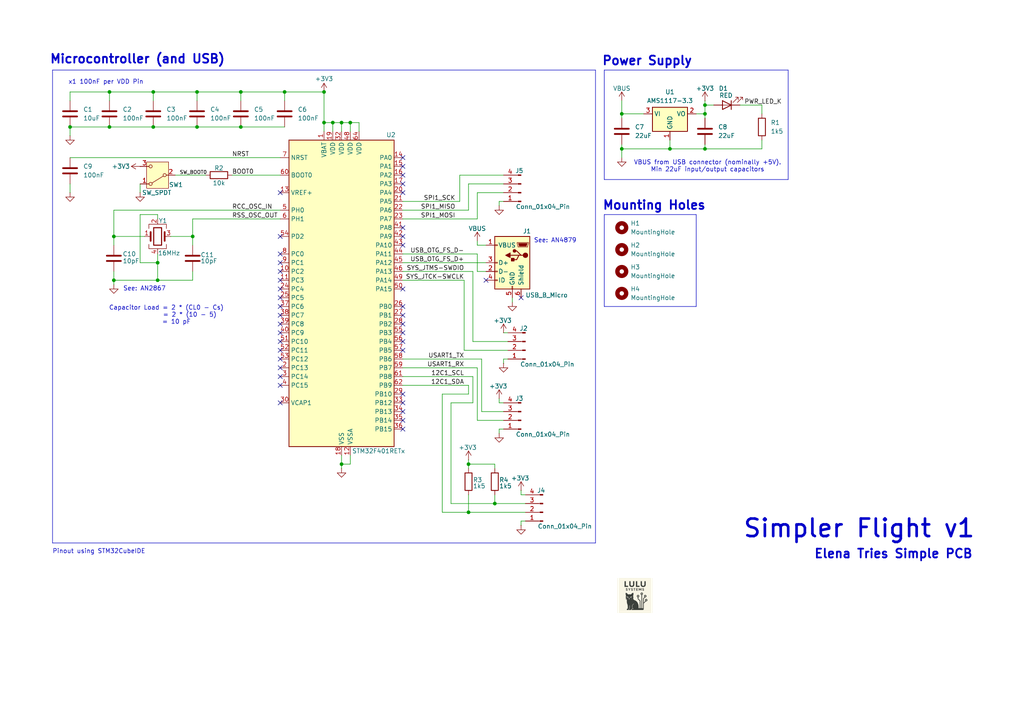
<source format=kicad_sch>
(kicad_sch (version 20250114) (generator "eeschema") (generator_version "9.0")
  (paper "A4")
  (title_block (title "Simpler Flight PCB") (date "2025-04-20") (rev "1") (company "Lulu Systems"))
  (lib_symbols
    (symbol "Connector:Conn_01x04_Pin" (pin_names (offset 1.016) (hide yes))
      (property "Reference" "J" (at 0 5.08 0))
      (property "Value" "Conn_01x04_Pin" (at 0 -7.62 0))
      (symbol "Conn_01x04_Pin_1_1"
        (rectangle (start 0.8636 2.667) (end 0 2.413) (stroke (width 0.1524)) (fill (type outline)))
        (rectangle (start 0.8636 0.127) (end 0 -0.127) (stroke (width 0.1524)) (fill (type outline)))
        (rectangle (start 0.8636 -2.413) (end 0 -2.667) (stroke (width 0.1524)) (fill (type outline)))
        (rectangle (start 0.8636 -4.953) (end 0 -5.207) (stroke (width 0.1524)) (fill (type outline)))
        (polyline (pts (xy 1.27 2.54) (xy 0.8636 2.54)) (stroke (width 0.1524)))
        (polyline (pts (xy 1.27 0) (xy 0.8636 0)) (stroke (width 0.1524)))
        (polyline (pts (xy 1.27 -2.54) (xy 0.8636 -2.54)) (stroke (width 0.1524)))
        (polyline (pts (xy 1.27 -5.08) (xy 0.8636 -5.08)) (stroke (width 0.1524)))
        (pin passive line (at 5.08 2.54 180) (length 3.81) (name "Pin_1") (number "1"))
        (pin passive line (at 5.08 0 180) (length 3.81) (name "Pin_2") (number "2"))
        (pin passive line (at 5.08 -2.54 180) (length 3.81) (name "Pin_3") (number "3"))
        (pin passive line (at 5.08 -5.08 180) (length 3.81) (name "Pin_4") (number "4"))
      )
    )
    (symbol "Connector:USB_B_Micro" (pin_names (offset 1.016))
      (property "Reference" "J" (at -5.08 11.43 0))
      (property "Value" "USB_B_Micro" (at -5.08 8.89 0))
      (symbol "USB_B_Micro_0_1"
        (rectangle (start -5.08 -7.62) (end 5.08 7.62) (stroke (width 0.254)) (fill (type background)))
        (polyline (pts (xy -4.699 5.842) (xy -4.699 5.588) (xy -4.445 4.826) (xy -4.445 4.572) (xy -1.651 4.572) (xy -1.651 4.826) (xy -1.397 5.588) (xy -1.397 5.842) (xy -4.699 5.842)))
        (polyline (pts (xy -4.318 5.588) (xy -1.778 5.588) (xy -2.032 4.826) (xy -4.064 4.826) (xy -4.318 5.588)) (fill (type outline)))
        (circle (center -3.81 2.159) (radius 0.635) (stroke (width 0.254)) (fill (type outline)))
        (polyline (pts (xy -3.175 2.159) (xy -2.54 2.159) (xy -1.27 3.429) (xy -0.635 3.429)) (stroke (width 0.254)))
        (polyline (pts (xy -2.54 2.159) (xy -1.905 2.159) (xy -1.27 0.889) (xy 0 0.889)) (stroke (width 0.254)))
        (polyline (pts (xy -1.905 2.159) (xy 0.635 2.159)) (stroke (width 0.254)))
        (circle (center -0.635 3.429) (radius 0.381) (stroke (width 0.254)) (fill (type outline)))
        (rectangle (start -0.127 -7.62) (end 0.127 -6.858))
        (rectangle (start 0.254 1.27) (end -0.508 0.508) (stroke (width 0.254)) (fill (type outline)))
        (polyline (pts (xy 0.635 2.794) (xy 0.635 1.524) (xy 1.905 2.159) (xy 0.635 2.794)) (stroke (width 0.254)) (fill (type outline)))
        (rectangle (start 5.08 4.953) (end 4.318 5.207))
        (rectangle (start 5.08 -0.127) (end 4.318 0.127))
        (rectangle (start 5.08 -2.667) (end 4.318 -2.413))
        (rectangle (start 5.08 -5.207) (end 4.318 -4.953))
      )
      (symbol "USB_B_Micro_1_1"
        (pin passive line (at -2.54 -10.16 90) (length 2.54) (name "Shield") (number "6"))
        (pin power_out line (at 0 -10.16 90) (length 2.54) (name "GND") (number "5"))
        (pin power_out line (at 7.62 5.08 180) (length 2.54) (name "VBUS") (number "1"))
        (pin bidirectional line (at 7.62 0 180) (length 2.54) (name "D+") (number "3"))
        (pin bidirectional line (at 7.62 -2.54 180) (length 2.54) (name "D-") (number "2"))
        (pin passive line (at 7.62 -5.08 180) (length 2.54) (name "ID") (number "4"))
      )
    )
    (symbol "Device:C" (pin_numbers (hide yes)) (pin_names (offset 0.254))
      (property "Reference" "C" (at 0.635 2.54 0))
      (property "Value" "C" (at 0.635 -2.54 0))
      (symbol "C_0_1"
        (polyline (pts (xy -2.032 0.762) (xy 2.032 0.762)) (stroke (width 0.508)))
        (polyline (pts (xy -2.032 -0.762) (xy 2.032 -0.762)) (stroke (width 0.508)))
      )
      (symbol "C_1_1"
        (pin passive line (at 0 3.81 270) (length 2.794) (name "~") (number "1"))
        (pin passive line (at 0 -3.81 90) (length 2.794) (name "~") (number "2"))
      )
    )
    (symbol "Device:Crystal_GND24" (pin_names (offset 1.016) (hide yes))
      (property "Reference" "Y" (at 3.175 5.08 0))
      (property "Value" "Crystal_GND24" (at 3.175 3.175 0))
      (symbol "Crystal_GND24_0_1"
        (polyline (pts (xy -2.54 2.286) (xy -2.54 3.556) (xy 2.54 3.556) (xy 2.54 2.286)))
        (polyline (pts (xy -2.54 0) (xy -2.032 0)))
        (polyline (pts (xy -2.54 -2.286) (xy -2.54 -3.556) (xy 2.54 -3.556) (xy 2.54 -2.286)))
        (polyline (pts (xy -2.032 -1.27) (xy -2.032 1.27)) (stroke (width 0.508)))
        (rectangle (start -1.143 2.54) (end 1.143 -2.54) (stroke (width 0.3048)))
        (polyline (pts (xy 0 3.556) (xy 0 3.81)))
        (polyline (pts (xy 0 -3.81) (xy 0 -3.556)))
        (polyline (pts (xy 2.032 0) (xy 2.54 0)))
        (polyline (pts (xy 2.032 -1.27) (xy 2.032 1.27)) (stroke (width 0.508)))
      )
      (symbol "Crystal_GND24_1_1"
        (pin passive line (at -3.81 0 0) (length 1.27) (name "1") (number "1"))
        (pin passive line (at 0 5.08 270) (length 1.27) (name "2") (number "2"))
        (pin passive line (at 0 -5.08 90) (length 1.27) (name "4") (number "4"))
        (pin passive line (at 3.81 0 180) (length 1.27) (name "3") (number "3"))
      )
    )
    (symbol "Device:LED" (pin_numbers (hide yes)) (pin_names (offset 1.016) (hide yes))
      (property "Reference" "D" (at 0 2.54 0))
      (property "Value" "LED" (at 0 -2.54 0))
      (symbol "LED_0_1"
        (polyline (pts (xy -3.048 -0.762) (xy -4.572 -2.286) (xy -3.81 -2.286) (xy -4.572 -2.286) (xy -4.572 -1.524)))
        (polyline (pts (xy -1.778 -0.762) (xy -3.302 -2.286) (xy -2.54 -2.286) (xy -3.302 -2.286) (xy -3.302 -1.524)))
        (polyline (pts (xy -1.27 0) (xy 1.27 0)))
        (polyline (pts (xy -1.27 -1.27) (xy -1.27 1.27)) (stroke (width 0.254)))
        (polyline (pts (xy 1.27 -1.27) (xy 1.27 1.27) (xy -1.27 0) (xy 1.27 -1.27)) (stroke (width 0.254)))
      )
      (symbol "LED_1_1"
        (pin passive line (at -3.81 0 0) (length 2.54) (name "K") (number "1"))
        (pin passive line (at 3.81 0 180) (length 2.54) (name "A") (number "2"))
      )
    )
    (symbol "Device:R" (pin_numbers (hide yes)) (pin_names (offset 0))
      (property "Reference" "R" (at 2.032 0 90))
      (property "Value" "R" (at 0 0 90))
      (symbol "R_0_1"
        (rectangle (start -1.016 -2.54) (end 1.016 2.54) (stroke (width 0.254)))
      )
      (symbol "R_1_1"
        (pin passive line (at 0 3.81 270) (length 1.27) (name "~") (number "1"))
        (pin passive line (at 0 -3.81 90) (length 1.27) (name "~") (number "2"))
      )
    )
    (symbol "MCU_ST_STM32F4:STM32F401RETx"
      (property "Reference" "U" (at -15.24 46.99 0))
      (property "Value" "STM32F401RETx" (at 7.62 46.99 0))
      (symbol "STM32F401RETx_0_1"
        (rectangle (start -15.24 -43.18) (end 15.24 45.72) (stroke (width 0.254)) (fill (type background)))
      )
      (symbol "STM32F401RETx_1_1"
        (pin input line (at -17.78 40.64 0) (length 2.54) (name "NRST") (number "7"))
        (pin input line (at -17.78 35.56 0) (length 2.54) (name "BOOT0") (number "60"))
        (pin input line (at -17.78 30.48 0) (length 2.54) (name "VREF+") (number "13"))
        (pin bidirectional line (at -17.78 25.4 0) (length 2.54) (name "PH0") (number "5"))
        (pin bidirectional line (at -17.78 22.86 0) (length 2.54) (name "PH1") (number "6"))
        (pin bidirectional line (at -17.78 17.78 0) (length 2.54) (name "PD2") (number "54"))
        (pin bidirectional line (at -17.78 12.7 0) (length 2.54) (name "PC0") (number "8"))
        (pin bidirectional line (at -17.78 10.16 0) (length 2.54) (name "PC1") (number "9"))
        (pin bidirectional line (at -17.78 7.62 0) (length 2.54) (name "PC2") (number "10"))
        (pin bidirectional line (at -17.78 5.08 0) (length 2.54) (name "PC3") (number "11"))
        (pin bidirectional line (at -17.78 2.54 0) (length 2.54) (name "PC4") (number "24"))
        (pin bidirectional line (at -17.78 0 0) (length 2.54) (name "PC5") (number "25"))
        (pin bidirectional line (at -17.78 -2.54 0) (length 2.54) (name "PC6") (number "37"))
        (pin bidirectional line (at -17.78 -5.08 0) (length 2.54) (name "PC7") (number "38"))
        (pin bidirectional line (at -17.78 -7.62 0) (length 2.54) (name "PC8") (number "39"))
        (pin bidirectional line (at -17.78 -10.16 0) (length 2.54) (name "PC9") (number "40"))
        (pin bidirectional line (at -17.78 -12.7 0) (length 2.54) (name "PC10") (number "51"))
        (pin bidirectional line (at -17.78 -15.24 0) (length 2.54) (name "PC11") (number "52"))
        (pin bidirectional line (at -17.78 -17.78 0) (length 2.54) (name "PC12") (number "53"))
        (pin bidirectional line (at -17.78 -20.32 0) (length 2.54) (name "PC13") (number "2"))
        (pin bidirectional line (at -17.78 -22.86 0) (length 2.54) (name "PC14") (number "3"))
        (pin bidirectional line (at -17.78 -25.4 0) (length 2.54) (name "PC15") (number "4"))
        (pin power_out line (at -17.78 -30.48 0) (length 2.54) (name "VCAP1") (number "30"))
        (pin power_in line (at -5.08 48.26 270) (length 2.54) (name "VBAT") (number "1"))
        (pin power_in line (at -2.54 48.26 270) (length 2.54) (name "VDD") (number "19"))
        (pin power_in line (at 0 48.26 270) (length 2.54) (name "VDD") (number "32"))
        (pin power_in line (at 0 -45.72 90) (length 2.54) (name "VSS") (number "18"))
        (pin passive line (at 0 -45.72 90) (length 2.54) (hide yes) (name "VSS") (number "31"))
        (pin passive line (at 0 -45.72 90) (length 2.54) (hide yes) (name "VSS") (number "47"))
        (pin passive line (at 0 -45.72 90) (length 2.54) (hide yes) (name "VSS") (number "63"))
        (pin power_in line (at 2.54 48.26 270) (length 2.54) (name "VDD") (number "48"))
        (pin power_in line (at 2.54 -45.72 90) (length 2.54) (name "VSSA") (number "12"))
        (pin power_in line (at 5.08 48.26 270) (length 2.54) (name "VDD") (number "64"))
        (pin bidirectional line (at 17.78 40.64 180) (length 2.54) (name "PA0") (number "14"))
        (pin bidirectional line (at 17.78 38.1 180) (length 2.54) (name "PA1") (number "15"))
        (pin bidirectional line (at 17.78 35.56 180) (length 2.54) (name "PA2") (number "16"))
        (pin bidirectional line (at 17.78 33.02 180) (length 2.54) (name "PA3") (number "17"))
        (pin bidirectional line (at 17.78 30.48 180) (length 2.54) (name "PA4") (number "20"))
        (pin bidirectional line (at 17.78 27.94 180) (length 2.54) (name "PA5") (number "21"))
        (pin bidirectional line (at 17.78 25.4 180) (length 2.54) (name "PA6") (number "22"))
        (pin bidirectional line (at 17.78 22.86 180) (length 2.54) (name "PA7") (number "23"))
        (pin bidirectional line (at 17.78 20.32 180) (length 2.54) (name "PA8") (number "41"))
        (pin bidirectional line (at 17.78 17.78 180) (length 2.54) (name "PA9") (number "42"))
        (pin bidirectional line (at 17.78 15.24 180) (length 2.54) (name "PA10") (number "43"))
        (pin bidirectional line (at 17.78 12.7 180) (length 2.54) (name "PA11") (number "44"))
        (pin bidirectional line (at 17.78 10.16 180) (length 2.54) (name "PA12") (number "45"))
        (pin bidirectional line (at 17.78 7.62 180) (length 2.54) (name "PA13") (number "46"))
        (pin bidirectional line (at 17.78 5.08 180) (length 2.54) (name "PA14") (number "49"))
        (pin bidirectional line (at 17.78 2.54 180) (length 2.54) (name "PA15") (number "50"))
        (pin bidirectional line (at 17.78 -2.54 180) (length 2.54) (name "PB0") (number "26"))
        (pin bidirectional line (at 17.78 -5.08 180) (length 2.54) (name "PB1") (number "27"))
        (pin bidirectional line (at 17.78 -7.62 180) (length 2.54) (name "PB2") (number "28"))
        (pin bidirectional line (at 17.78 -10.16 180) (length 2.54) (name "PB3") (number "55"))
        (pin bidirectional line (at 17.78 -12.7 180) (length 2.54) (name "PB4") (number "56"))
        (pin bidirectional line (at 17.78 -15.24 180) (length 2.54) (name "PB5") (number "57"))
        (pin bidirectional line (at 17.78 -17.78 180) (length 2.54) (name "PB6") (number "58"))
        (pin bidirectional line (at 17.78 -20.32 180) (length 2.54) (name "PB7") (number "59"))
        (pin bidirectional line (at 17.78 -22.86 180) (length 2.54) (name "PB8") (number "61"))
        (pin bidirectional line (at 17.78 -25.4 180) (length 2.54) (name "PB9") (number "62"))
        (pin bidirectional line (at 17.78 -27.94 180) (length 2.54) (name "PB10") (number "29"))
        (pin bidirectional line (at 17.78 -30.48 180) (length 2.54) (name "PB12") (number "33"))
        (pin bidirectional line (at 17.78 -33.02 180) (length 2.54) (name "PB13") (number "34"))
        (pin bidirectional line (at 17.78 -35.56 180) (length 2.54) (name "PB14") (number "35"))
        (pin bidirectional line (at 17.78 -38.1 180) (length 2.54) (name "PB15") (number "36"))
      )
    )
    (symbol "Mechanical:MountingHole" (pin_names (offset 1.016)) (exclude_from_sim yes) (in_bom no)
      (property "Reference" "H" (at 0 5.08 0))
      (property "Value" "MountingHole" (at 0 3.175 0))
      (symbol "MountingHole_0_1"
        (circle (center 0 0) (radius 1.27) (stroke (width 1.27)))
      )
    )
    (symbol "Regulator_Linear:AMS1117-3.3"
      (property "Reference" "U" (at -3.81 3.175 0))
      (property "Value" "AMS1117-3.3" (at 0 3.175 0))
      (symbol "AMS1117-3.3_0_1"
        (rectangle (start -5.08 -5.08) (end 5.08 1.905) (stroke (width 0.254)) (fill (type background)))
      )
      (symbol "AMS1117-3.3_1_1"
        (pin power_in line (at -7.62 0 0) (length 2.54) (name "VI") (number "3"))
        (pin power_in line (at 0 -7.62 90) (length 2.54) (name "GND") (number "1"))
        (pin power_out line (at 7.62 0 180) (length 2.54) (name "VO") (number "2"))
      )
    )
    (symbol "Switch:SW_SPDT" (pin_names (offset 0) (hide yes))
      (property "Reference" "SW" (at 0 5.08 0))
      (property "Value" "SW_SPDT" (at 0 -5.08 0))
      (symbol "SW_SPDT_0_1"
        (circle (center -2.032 0) (radius 0.4572))
        (polyline (pts (xy -1.651 0.254) (xy 1.651 2.286)))
        (circle (center 2.032 2.54) (radius 0.4572))
        (circle (center 2.032 -2.54) (radius 0.4572))
      )
      (symbol "SW_SPDT_1_1"
        (rectangle (start -3.175 3.81) (end 3.175 -3.81) (fill (type background)))
        (pin passive line (at -5.08 0 0) (length 2.54) (name "B") (number "2"))
        (pin passive line (at 5.08 2.54 180) (length 2.54) (name "A") (number "1"))
        (pin passive line (at 5.08 -2.54 180) (length 2.54) (name "C") (number "3"))
      )
    )
    (symbol "power:+3V3" (power) (pin_numbers (hide yes)) (pin_names (offset 0) (hide yes))
      (property "Value" "+3V3" (at 0 3.556 0))
      (symbol "+3V3_0_1"
        (polyline (pts (xy -0.762 1.27) (xy 0 2.54)))
        (polyline (pts (xy 0 2.54) (xy 0.762 1.27)))
        (polyline (pts (xy 0 0) (xy 0 2.54)))
      )
      (symbol "+3V3_1_1"
        (pin power_in line (at 0 0 90) (length 0) (name "~") (number "1"))
      )
    )
    (symbol "power:GND" (power) (pin_numbers (hide yes)) (pin_names (offset 0) (hide yes))
      (property "Value" "GND" (at 0 -3.81 0))
      (symbol "GND_0_1"
        (polyline (pts (xy 0 0) (xy 0 -1.27) (xy 1.27 -1.27) (xy 0 -2.54) (xy -1.27 -1.27) (xy 0 -1.27)))
      )
      (symbol "GND_1_1"
        (pin power_in line (at 0 0 270) (length 0) (name "~") (number "1"))
      )
    )
    (symbol "power:VBUS" (power) (pin_numbers (hide yes)) (pin_names (offset 0) (hide yes))
      (property "Value" "VBUS" (at 0 3.556 0))
      (symbol "VBUS_0_1"
        (polyline (pts (xy -0.762 1.27) (xy 0 2.54)))
        (polyline (pts (xy 0 2.54) (xy 0.762 1.27)))
        (polyline (pts (xy 0 0) (xy 0 2.54)))
      )
      (symbol "VBUS_1_1"
        (pin power_in line (at 0 0 90) (length 0) (name "~") (number "1"))
      )
    )
  )
  (text "x1 100nF per VDD Pin\n" (at 30.734 23.876 0) (effects (font (size 1.27 1.27))))
  (text "Pinout using STM32CubeIDE\n" (at 28.702 160.02 0) (effects (font (size 1.27 1.27))))
  (text "VBUS from USB connector (nominally +5V).\nMin 22uF input/output capacitors\n" (at 205.232 48.26 0) (effects (font (size 1.27 1.27))))
  (text "Capacitor Load = 2 * (CL0 - Cs)\n              = 2 * (10 - 5)\n      = 10 pF\n" (at 48.26 91.44 0) (effects (font (size 1.27 1.27))))
  (text "Mounting Holes\n" (at 189.738 59.69 0) (effects (font (size 2.54 2.54) (thickness 0.508) (bold yes))))
  (text "See: AN4879\n" (at 161.036 69.85 0) (effects (font (size 1.27 1.27))))
  (text "Elena Tries Simple PCB \n" (at 260.096 160.782 0) (effects (font (size 2.54 2.54) (thickness 0.508) (bold yes))))
  (text "See: AN2867\n\n" (at 41.91 84.836 0) (effects (font (size 1.27 1.27))))
  (text "Power Supply\n" (at 187.706 17.78 0) (effects (font (size 2.54 2.54) (thickness 0.508) (bold yes))))
  (text "Simpler Flight v1" (at 249.174 153.416 0) (effects (font (size 5.08 5.08) (thickness 0.762) (bold yes))))
  (text "Microcontroller (and USB)" (at 39.878 17.272 0) (effects (font (size 2.54 2.54) (thickness 0.508) (bold yes))))
  (junction (at 99.06 35.56))
  (junction (at 69.85 36.83))
  (junction (at 31.75 36.83))
  (junction (at 44.45 36.83))
  (junction (at 82.55 26.67))
  (junction (at 135.89 148.59))
  (junction (at 143.51 146.05))
  (junction (at 33.02 68.58))
  (junction (at 204.47 43.18))
  (junction (at 93.98 26.67))
  (junction (at 69.85 26.67))
  (junction (at 55.88 68.58))
  (junction (at 135.89 134.62))
  (junction (at 45.72 76.2))
  (junction (at 96.52 35.56))
  (junction (at 31.75 26.67))
  (junction (at 180.34 43.18))
  (junction (at 101.6 35.56))
  (junction (at 194.31 43.18))
  (junction (at 204.47 33.02))
  (junction (at 93.98 35.56))
  (junction (at 57.15 36.83))
  (junction (at 204.47 30.48))
  (junction (at 44.45 26.67))
  (junction (at 33.02 81.28))
  (junction (at 99.06 134.62))
  (junction (at 20.32 36.83))
  (junction (at 180.34 33.02))
  (junction (at 45.72 81.28))
  (junction (at 57.15 26.67))
  (no_connect (at 81.28 111.76))
  (no_connect (at 116.84 116.84))
  (no_connect (at 116.84 71.12))
  (no_connect (at 81.28 86.36))
  (no_connect (at 81.28 81.28))
  (no_connect (at 81.28 78.74))
  (no_connect (at 151.13 86.36))
  (no_connect (at 81.28 83.82))
  (no_connect (at 116.84 101.6))
  (no_connect (at 81.28 55.88))
  (no_connect (at 116.84 99.06))
  (no_connect (at 116.84 50.8))
  (no_connect (at 81.28 76.2))
  (no_connect (at 116.84 55.88))
  (no_connect (at 81.28 99.06))
  (no_connect (at 116.84 124.46))
  (no_connect (at 140.97 81.28))
  (no_connect (at 81.28 73.66))
  (no_connect (at 116.84 91.44))
  (no_connect (at 81.28 104.14))
  (no_connect (at 116.84 93.98))
  (no_connect (at 81.28 109.22))
  (no_connect (at 116.84 83.82))
  (no_connect (at 116.84 66.04))
  (no_connect (at 116.84 96.52))
  (no_connect (at 81.28 101.6))
  (no_connect (at 116.84 45.72))
  (no_connect (at 116.84 48.26))
  (no_connect (at 81.28 91.44))
  (no_connect (at 116.84 121.92))
  (no_connect (at 81.28 106.68))
  (no_connect (at 116.84 88.9))
  (no_connect (at 116.84 114.3))
  (no_connect (at 116.84 53.34))
  (no_connect (at 116.84 119.38))
  (no_connect (at 116.84 68.58))
  (no_connect (at 81.28 116.84))
  (no_connect (at 81.28 68.58))
  (no_connect (at 81.28 96.52))
  (no_connect (at 81.28 93.98))
  (no_connect (at 81.28 88.9))
  (wire (pts (xy 137.16 116.84) (xy 130.81 116.84)))
  (wire (pts (xy 152.4 143.51) (xy 151.13 143.51)))
  (wire (pts (xy 138.43 69.85) (xy 138.43 71.12)))
  (wire (pts (xy 116.84 109.22) (xy 137.16 109.22)))
  (wire (pts (xy 104.14 38.1) (xy 104.14 35.56)))
  (wire (pts (xy 99.06 132.08) (xy 99.06 134.62)))
  (wire (pts (xy 204.47 43.18) (xy 220.98 43.18)))
  (wire (pts (xy 146.05 116.84) (xy 144.78 116.84)))
  (wire (pts (xy 96.52 35.56) (xy 99.06 35.56)))
  (wire (pts (xy 44.45 26.67) (xy 44.45 29.21)))
  (wire (pts (xy 31.75 26.67) (xy 31.75 29.21)))
  (wire (pts (xy 116.84 63.5) (xy 138.43 63.5)))
  (wire (pts (xy 20.32 45.72) (xy 81.28 45.72)))
  (wire (pts (xy 137.16 109.22) (xy 137.16 116.84)))
  (wire (pts (xy 180.34 33.02) (xy 180.34 34.29)))
  (wire (pts (xy 137.16 99.06) (xy 147.32 99.06)))
  (wire (pts (xy 96.52 38.1) (xy 96.52 35.56)))
  (wire (pts (xy 104.14 35.56) (xy 101.6 35.56)))
  (wire (pts (xy 138.43 55.88) (xy 138.43 63.5)))
  (wire (pts (xy 143.51 135.89) (xy 143.51 134.62)))
  (wire (pts (xy 144.78 124.46) (xy 144.78 125.73)))
  (wire (pts (xy 135.89 53.34) (xy 146.05 53.34)))
  (polyline (pts (xy 172.72 20.32) (xy 172.72 157.48)))
  (wire (pts (xy 180.34 41.91) (xy 180.34 43.18)))
  (wire (pts (xy 135.89 114.3) (xy 128.27 114.3)))
  (polyline (pts (xy 15.24 157.48) (xy 15.24 20.32)))
  (wire (pts (xy 204.47 30.48) (xy 204.47 33.02)))
  (wire (pts (xy 99.06 134.62) (xy 101.6 134.62)))
  (wire (pts (xy 40.64 62.23) (xy 40.64 76.2)))
  (wire (pts (xy 67.31 50.8) (xy 81.28 50.8)))
  (wire (pts (xy 57.15 26.67) (xy 57.15 29.21)))
  (wire (pts (xy 128.27 114.3) (xy 128.27 148.59)))
  (wire (pts (xy 20.32 29.21) (xy 20.32 26.67)))
  (wire (pts (xy 146.05 105.41) (xy 146.05 104.14)))
  (wire (pts (xy 57.15 36.83) (xy 69.85 36.83)))
  (wire (pts (xy 144.78 116.84) (xy 144.78 115.57)))
  (polyline (pts (xy 201.93 62.23) (xy 201.93 88.9)))
  (polyline (pts (xy 175.26 20.32) (xy 175.26 52.07)))
  (wire (pts (xy 55.88 78.74) (xy 55.88 81.28)))
  (wire (pts (xy 135.89 143.51) (xy 135.89 148.59)))
  (wire (pts (xy 45.72 76.2) (xy 45.72 73.66)))
  (wire (pts (xy 33.02 81.28) (xy 33.02 82.55)))
  (wire (pts (xy 20.32 36.83) (xy 20.32 39.37)))
  (wire (pts (xy 33.02 68.58) (xy 33.02 71.12)))
  (wire (pts (xy 144.78 58.42) (xy 144.78 59.69)))
  (polyline (pts (xy 175.26 62.23) (xy 175.26 88.9)))
  (wire (pts (xy 134.62 81.28) (xy 134.62 101.6)))
  (wire (pts (xy 33.02 60.96) (xy 33.02 68.58)))
  (wire (pts (xy 204.47 30.48) (xy 207.01 30.48)))
  (wire (pts (xy 116.84 73.66) (xy 138.43 73.66)))
  (wire (pts (xy 99.06 134.62) (xy 99.06 135.89)))
  (wire (pts (xy 143.51 143.51) (xy 143.51 146.05)))
  (wire (pts (xy 128.27 148.59) (xy 135.89 148.59)))
  (wire (pts (xy 20.32 36.83) (xy 31.75 36.83)))
  (wire (pts (xy 194.31 40.64) (xy 194.31 43.18)))
  (wire (pts (xy 146.05 124.46) (xy 144.78 124.46)))
  (wire (pts (xy 116.84 111.76) (xy 135.89 111.76)))
  (wire (pts (xy 55.88 63.5) (xy 81.28 63.5)))
  (wire (pts (xy 135.89 134.62) (xy 143.51 134.62)))
  (wire (pts (xy 143.51 146.05) (xy 152.4 146.05)))
  (wire (pts (xy 148.59 86.36) (xy 148.59 87.63)))
  (polyline (pts (xy 172.72 157.48) (xy 15.24 157.48)))
  (wire (pts (xy 33.02 60.96) (xy 81.28 60.96)))
  (wire (pts (xy 116.84 106.68) (xy 138.43 106.68)))
  (polyline (pts (xy 201.93 88.9) (xy 175.26 88.9)))
  (wire (pts (xy 82.55 26.67) (xy 93.98 26.67)))
  (wire (pts (xy 138.43 106.68) (xy 138.43 121.92)))
  (wire (pts (xy 135.89 133.35) (xy 135.89 134.62)))
  (wire (pts (xy 194.31 43.18) (xy 204.47 43.18)))
  (wire (pts (xy 31.75 26.67) (xy 44.45 26.67)))
  (wire (pts (xy 93.98 35.56) (xy 96.52 35.56)))
  (wire (pts (xy 93.98 35.56) (xy 93.98 38.1)))
  (wire (pts (xy 69.85 36.83) (xy 82.55 36.83)))
  (wire (pts (xy 20.32 53.34) (xy 20.32 55.88)))
  (wire (pts (xy 116.84 78.74) (xy 137.16 78.74)))
  (wire (pts (xy 101.6 35.56) (xy 99.06 35.56)))
  (wire (pts (xy 101.6 38.1) (xy 101.6 35.56)))
  (wire (pts (xy 101.6 132.08) (xy 101.6 134.62)))
  (wire (pts (xy 140.97 71.12) (xy 138.43 71.12)))
  (wire (pts (xy 44.45 36.83) (xy 57.15 36.83)))
  (wire (pts (xy 180.34 29.21) (xy 180.34 33.02)))
  (wire (pts (xy 140.97 78.74) (xy 138.43 78.74)))
  (polyline (pts (xy 175.26 62.23) (xy 201.93 62.23)))
  (wire (pts (xy 135.89 60.96) (xy 135.89 53.34)))
  (wire (pts (xy 45.72 76.2) (xy 45.72 81.28)))
  (wire (pts (xy 40.64 55.88) (xy 40.64 53.34)))
  (wire (pts (xy 220.98 33.02) (xy 220.98 30.48)))
  (wire (pts (xy 116.84 81.28) (xy 134.62 81.28)))
  (wire (pts (xy 139.7 119.38) (xy 146.05 119.38)))
  (wire (pts (xy 130.81 146.05) (xy 143.51 146.05)))
  (polyline (pts (xy 228.6 52.07) (xy 175.26 52.07)))
  (wire (pts (xy 204.47 29.21) (xy 204.47 30.48)))
  (wire (pts (xy 50.8 50.8) (xy 59.69 50.8)))
  (wire (pts (xy 133.35 58.42) (xy 133.35 50.8)))
  (wire (pts (xy 33.02 81.28) (xy 45.72 81.28)))
  (wire (pts (xy 93.98 26.67) (xy 93.98 35.56)))
  (wire (pts (xy 180.34 43.18) (xy 180.34 45.72)))
  (wire (pts (xy 116.84 104.14) (xy 139.7 104.14)))
  (wire (pts (xy 40.64 76.2) (xy 45.72 76.2)))
  (wire (pts (xy 138.43 121.92) (xy 146.05 121.92)))
  (polyline (pts (xy 15.24 20.32) (xy 172.72 20.32)))
  (wire (pts (xy 180.34 43.18) (xy 194.31 43.18)))
  (wire (pts (xy 134.62 101.6) (xy 147.32 101.6)))
  (wire (pts (xy 33.02 68.58) (xy 41.91 68.58)))
  (wire (pts (xy 152.4 151.13) (xy 151.13 151.13)))
  (wire (pts (xy 151.13 143.51) (xy 151.13 142.24)))
  (wire (pts (xy 146.05 55.88) (xy 138.43 55.88)))
  (wire (pts (xy 214.63 30.48) (xy 220.98 30.48)))
  (wire (pts (xy 146.05 58.42) (xy 144.78 58.42)))
  (polyline (pts (xy 175.26 20.32) (xy 228.6 20.32)))
  (wire (pts (xy 33.02 78.74) (xy 33.02 81.28)))
  (wire (pts (xy 57.15 26.67) (xy 69.85 26.67)))
  (wire (pts (xy 45.72 81.28) (xy 55.88 81.28)))
  (wire (pts (xy 31.75 36.83) (xy 44.45 36.83)))
  (wire (pts (xy 146.05 104.14) (xy 147.32 104.14)))
  (wire (pts (xy 151.13 151.13) (xy 151.13 152.4)))
  (wire (pts (xy 138.43 78.74) (xy 138.43 73.66)))
  (wire (pts (xy 204.47 33.02) (xy 204.47 34.29)))
  (wire (pts (xy 49.53 68.58) (xy 55.88 68.58)))
  (wire (pts (xy 137.16 78.74) (xy 137.16 99.06)))
  (wire (pts (xy 139.7 104.14) (xy 139.7 119.38)))
  (wire (pts (xy 82.55 26.67) (xy 82.55 29.21)))
  (wire (pts (xy 220.98 40.64) (xy 220.98 43.18)))
  (wire (pts (xy 45.72 62.23) (xy 40.64 62.23)))
  (polyline (pts (xy 228.6 20.32) (xy 228.6 52.07)))
  (wire (pts (xy 135.89 148.59) (xy 152.4 148.59)))
  (wire (pts (xy 69.85 26.67) (xy 69.85 29.21)))
  (wire (pts (xy 45.72 63.5) (xy 45.72 62.23)))
  (wire (pts (xy 146.05 96.52) (xy 147.32 96.52)))
  (wire (pts (xy 201.93 33.02) (xy 204.47 33.02)))
  (wire (pts (xy 180.34 33.02) (xy 186.69 33.02)))
  (wire (pts (xy 204.47 41.91) (xy 204.47 43.18)))
  (wire (pts (xy 116.84 60.96) (xy 135.89 60.96)))
  (wire (pts (xy 135.89 134.62) (xy 135.89 135.89)))
  (wire (pts (xy 116.84 76.2) (xy 140.97 76.2)))
  (wire (pts (xy 20.32 26.67) (xy 31.75 26.67)))
  (wire (pts (xy 99.06 38.1) (xy 99.06 35.56)))
  (wire (pts (xy 135.89 111.76) (xy 135.89 114.3)))
  (wire (pts (xy 130.81 116.84) (xy 130.81 146.05)))
  (wire (pts (xy 116.84 58.42) (xy 133.35 58.42)))
  (wire (pts (xy 44.45 26.67) (xy 57.15 26.67)))
  (wire (pts (xy 133.35 50.8) (xy 146.05 50.8)))
  (wire (pts (xy 55.88 68.58) (xy 55.88 71.12)))
  (wire (pts (xy 55.88 63.5) (xy 55.88 68.58)))
  (wire (pts (xy 69.85 26.67) (xy 82.55 26.67)))
  (image (at 184.15 172.72) (scale 0.117186))
  (label "SPI1_MISO" (at 132.08 60.96 180))
  (label "SYS_JTMS-SWDIO" (at 134.62 78.74 180))
  (label "12C1_SCL" (at 134.62 109.22 180))
  (label "NRST" (at 67.31 45.72 0))
  (label "USB_OTG_FS_D-" (at 134.62 73.66 180))
  (label "RCC_OSC_IN" (at 67.31 60.96 0))
  (label "USART1_RX" (at 134.62 106.68 180))
  (label "PWR_LED_K" (at 215.9 30.48 0))
  (label "RSS_OSC_OUT" (at 67.31 63.5 0))
  (label "BOOT0" (at 67.31 50.8 0))
  (label "SPI1_MOSI" (at 132.08 63.5 180))
  (label "SW_BOOT0" (at 52.07 50.8 0) (effects (font (size 1.016 1.016))))
  (label "USB_OTG_FS_D+" (at 134.62 76.2 180))
  (label "SPI1_SCK" (at 132.08 58.42 180))
  (label "USART1_TX" (at 134.62 104.14 180))
  (label "SYS_JTCK-SWCLK" (at 134.62 81.28 180))
  (label "12C1_SDA" (at 134.62 111.76 180))
  (symbol (lib_id "Device:R") (at 135.89 139.7 0) (unit 1)
    (property "Reference" "R3" (at 137.16 139.192 0) (effects (justify left)))
    (property "Value" "1k5" (at 137.16 140.97 0) (effects (justify left)))
    (property "Footprint" "Capacitor_SMD:C_0805_2012Metric" (effects (hide yes)))
    (property "Description" "Resistor" (effects (hide yes)))
  )
  (symbol (lib_id "Device:C") (at 55.88 74.93 0) (unit 1)
    (property "Reference" "C11" (at 58.166 73.914 0) (effects (justify left)))
    (property "Value" "10pF" (at 58.166 75.692 0) (effects (justify left)))
    (property "Footprint" "Capacitor_SMD:C_0805_2012Metric" (effects (hide yes)))
    (property "Description" "Unpolarized capacitor" (effects (hide yes)))
  )
  (symbol (lib_id "Device:C") (at 20.32 49.53 0) (unit 1)
    (property "Reference" "C9" (at 24.13 48.2599 0) (effects (justify left)))
    (property "Value" "100nF" (at 24.13 50.7999 0) (effects (justify left)))
    (property "Footprint" "Capacitor_SMD:C_0805_2012Metric" (effects (hide yes)))
    (property "Description" "Unpolarized capacitor" (effects (hide yes)))
  )
  (symbol (lib_id "Device:R") (at 63.5 50.8 90) (unit 1)
    (property "Reference" "R2" (at 63.5 48.768 90))
    (property "Value" "10k" (at 63.5 53.086 90))
    (property "Footprint" "Capacitor_SMD:C_0805_2012Metric" (effects (hide yes)))
    (property "Description" "Resistor" (effects (hide yes)))
  )
  (symbol (lib_id "Device:LED") (at 210.82 30.48 180) (unit 1)
    (property "Reference" "D1" (at 209.804 25.654 0))
    (property "Value" "RED" (at 210.566 27.686 0))
    (property "Footprint" "LED_SMD:LED_0805_2012Metric" (effects (hide yes)))
    (property "Description" "Light emitting diode" (effects (hide yes)))
    (property "Sim.Pins" "1=K 2=A" (effects (hide yes)))
  )
  (symbol (lib_id "power:GND") (at 146.05 105.41 0) (unit 1)
    (property "Reference" "#PWR013" (effects (hide yes)))
    (property "Value" "GND" (effects (hide yes)))
    (property "Description" "Power symbol creates a global label with name \"GND\" , ground" (effects (hide yes)))
  )
  (symbol (lib_id "power:+3V3") (at 40.64 48.26 90) (unit 1)
    (property "Reference" "#PWR06" (effects (hide yes)))
    (property "Value" "+3V3" (at 35.052 48.26 90))
    (property "Description" "Power symbol creates a global label with name \"+3V3\"" (effects (hide yes)))
  )
  (symbol (lib_id "power:GND") (at 99.06 135.89 0) (unit 1)
    (property "Reference" "#PWR017" (effects (hide yes)))
    (property "Value" "GND" (effects (hide yes)))
    (property "Description" "Power symbol creates a global label with name \"GND\" , ground" (effects (hide yes)))
  )
  (symbol (lib_id "power:GND") (at 144.78 59.69 0) (unit 1)
    (property "Reference" "#PWR021" (effects (hide yes)))
    (property "Value" "GND" (effects (hide yes)))
    (property "Description" "Power symbol creates a global label with name \"GND\" , ground" (effects (hide yes)))
  )
  (symbol (lib_id "Mechanical:MountingHole") (at 180.34 78.74 0) (unit 1) (exclude_from_sim yes) (in_bom no)
    (property "Reference" "H3" (at 182.88 77.4699 0) (effects (justify left)))
    (property "Value" "MountingHole" (at 182.88 80.0099 0) (effects (justify left)))
    (property "Footprint" "MountingHole:MountingHole_2.2mm_M2" (effects (hide yes)))
    (property "Description" "Mounting Hole without connection" (effects (hide yes)))
  )
  (symbol (lib_id "power:+3V3") (at 204.47 29.21 0) (unit 1)
    (property "Reference" "#PWR03" (effects (hide yes)))
    (property "Value" "+3V3" (at 204.47 25.654 0))
    (property "Description" "Power symbol creates a global label with name \"+3V3\"" (effects (hide yes)))
  )
  (symbol (lib_id "Device:Crystal_GND24") (at 45.72 68.58 0) (unit 1)
    (property "Reference" "Y1" (at 47.244 64.008 0))
    (property "Value" "16MHz" (at 49.022 73.406 0))
    (property "Footprint" "Crystal:Crystal_SMD_3225-4Pin_3.2x2.5mm" (effects (hide yes)))
    (property "Description" "Four pin crystal, GND on pins 2 and 4" (effects (hide yes)))
  )
  (symbol (lib_id "power:GND") (at 33.02 82.55 0) (unit 1)
    (property "Reference" "#PWR010" (effects (hide yes)))
    (property "Value" "GND" (effects (hide yes)))
    (property "Description" "Power symbol creates a global label with name \"GND\" , ground" (effects (hide yes)))
  )
  (symbol (lib_id "power:GND") (at 151.13 152.4 0) (unit 1)
    (property "Reference" "#PWR019" (effects (hide yes)))
    (property "Value" "GND" (effects (hide yes)))
    (property "Description" "Power symbol creates a global label with name \"GND\" , ground" (effects (hide yes)))
  )
  (symbol (lib_id "Connector:Conn_01x04_Pin") (at 152.4 101.6 180) (unit 1)
    (property "Reference" "J2" (at 151.892 95.25 0))
    (property "Value" "Conn_01x04_Pin" (at 158.75 105.664 0))
    (property "Footprint" "Connector_PinHeader_2.54mm:PinHeader_1x04_P2.54mm_Vertical" (effects (hide yes)))
    (property "Description" "Generic connector, single row, 01x04, script generated" (effects (hide yes)))
  )
  (symbol (lib_id "power:VBUS") (at 138.43 69.85 0) (unit 1)
    (property "Reference" "#PWR09" (effects (hide yes)))
    (property "Value" "VBUS" (at 138.43 66.294 0))
    (property "Description" "Power symbol creates a global label with name \"VBUS\"" (effects (hide yes)))
  )
  (symbol (lib_id "Device:C") (at 204.47 38.1 0) (unit 1)
    (property "Reference" "C8" (at 208.28 36.8299 0) (effects (justify left)))
    (property "Value" "22uF" (at 208.28 39.3699 0) (effects (justify left)))
    (property "Footprint" "Capacitor_SMD:C_0805_2012Metric" (effects (hide yes)))
    (property "Description" "Unpolarized capacitor" (effects (hide yes)))
  )
  (symbol (lib_id "Mechanical:MountingHole") (at 180.34 72.39 0) (unit 1) (exclude_from_sim yes) (in_bom no)
    (property "Reference" "H2" (at 182.88 71.1199 0) (effects (justify left)))
    (property "Value" "MountingHole" (at 182.88 73.6599 0) (effects (justify left)))
    (property "Footprint" "MountingHole:MountingHole_2.2mm_M2" (effects (hide yes)))
    (property "Description" "Mounting Hole without connection" (effects (hide yes)))
  )
  (symbol (lib_id "Connector:Conn_01x04_Pin") (at 157.48 148.59 180) (unit 1)
    (property "Reference" "J4" (at 156.972 142.24 0))
    (property "Value" "Conn_01x04_Pin" (at 163.83 152.654 0))
    (property "Footprint" "Connector_PinHeader_2.54mm:PinHeader_1x04_P2.54mm_Vertical" (effects (hide yes)))
    (property "Description" "Generic connector, single row, 01x04, script generated" (effects (hide yes)))
  )
  (symbol (lib_id "power:+3V3") (at 146.05 96.52 0) (unit 1)
    (property "Reference" "#PWR012" (effects (hide yes)))
    (property "Value" "+3V3" (at 145.796 92.964 0))
    (property "Description" "Power symbol creates a global label with name \"+3V3\"" (effects (hide yes)))
  )
  (symbol (lib_id "Switch:SW_SPDT") (at 45.72 50.8 180) (unit 1)
    (property "Reference" "SW1" (at 51.054 53.594 0))
    (property "Value" "SW_SPDT" (at 45.466 55.88 0))
    (property "Footprint" "Button_Switch_SMD:SW_SPDT_PCM12" (effects (hide yes)))
    (property "Description" "Switch, single pole double throw" (effects (hide yes)))
  )
  (symbol (lib_id "Connector:Conn_01x04_Pin") (at 151.13 121.92 180) (unit 1)
    (property "Reference" "J3" (at 150.622 115.57 0))
    (property "Value" "Conn_01x04_Pin" (at 157.48 125.984 0))
    (property "Footprint" "Connector_PinHeader_2.54mm:PinHeader_1x04_P2.54mm_Vertical" (effects (hide yes)))
    (property "Description" "Generic connector, single row, 01x04, script generated" (effects (hide yes)))
  )
  (symbol (lib_id "power:GND") (at 180.34 45.72 0) (unit 1)
    (property "Reference" "#PWR05" (effects (hide yes)))
    (property "Value" "GND" (effects (hide yes)))
    (property "Description" "Power symbol creates a global label with name \"GND\" , ground" (effects (hide yes)))
  )
  (symbol (lib_id "power:GND") (at 144.78 125.73 0) (unit 1)
    (property "Reference" "#PWR015" (effects (hide yes)))
    (property "Value" "GND" (effects (hide yes)))
    (property "Description" "Power symbol creates a global label with name \"GND\" , ground" (effects (hide yes)))
  )
  (symbol (lib_id "power:+3V3") (at 135.89 133.35 0) (unit 1)
    (property "Reference" "#PWR016" (effects (hide yes)))
    (property "Value" "+3V3" (at 135.636 129.794 0))
    (property "Description" "Power symbol creates a global label with name \"+3V3\"" (effects (hide yes)))
  )
  (symbol (lib_id "Mechanical:MountingHole") (at 180.34 85.09 0) (unit 1) (exclude_from_sim yes) (in_bom no)
    (property "Reference" "H4" (at 182.88 83.8199 0) (effects (justify left)))
    (property "Value" "MountingHole" (at 182.88 86.3599 0) (effects (justify left)))
    (property "Footprint" "MountingHole:MountingHole_2.2mm_M2" (effects (hide yes)))
    (property "Description" "Mounting Hole without connection" (effects (hide yes)))
  )
  (symbol (lib_id "Device:C") (at 82.55 33.02 0) (unit 1)
    (property "Reference" "C6" (at 86.36 31.7499 0) (effects (justify left)))
    (property "Value" "100nF" (at 86.36 34.2899 0) (effects (justify left)))
    (property "Footprint" "Capacitor_SMD:C_0805_2012Metric" (effects (hide yes)))
    (property "Description" "Unpolarized capacitor" (effects (hide yes)))
  )
  (symbol (lib_id "Connector:USB_B_Micro") (at 148.59 76.2 0) (mirror y) (unit 1)
    (property "Reference" "J1" (at 151.638 67.056 0) (effects (justify right)))
    (property "Value" "USB_B_Micro" (at 152.4 85.598 0) (effects (justify right)))
    (property "Footprint" "Connector_USB:USB_Micro-B_Wuerth_629105150521" (effects (hide yes)))
    (property "Description" "USB Micro Type B connector" (effects (hide yes)))
  )
  (symbol (lib_id "Device:C") (at 33.02 74.93 0) (unit 1)
    (property "Reference" "C10" (at 35.56 73.66 0) (effects (justify left)))
    (property "Value" "10pF" (at 35.56 75.692 0) (effects (justify left)))
    (property "Footprint" "Capacitor_SMD:C_0805_2012Metric" (effects (hide yes)))
    (property "Description" "Unpolarized capacitor" (effects (hide yes)))
  )
  (symbol (lib_id "power:+3V3") (at 144.78 115.57 0) (unit 1)
    (property "Reference" "#PWR014" (effects (hide yes)))
    (property "Value" "+3V3" (at 144.526 112.014 0))
    (property "Description" "Power symbol creates a global label with name \"+3V3\"" (effects (hide yes)))
  )
  (symbol (lib_id "power:+3V3") (at 93.98 26.67 0) (unit 1)
    (property "Reference" "#PWR01" (effects (hide yes)))
    (property "Value" "+3V3" (at 93.98 22.86 0))
    (property "Description" "Power symbol creates a global label with name \"+3V3\"" (effects (hide yes)))
  )
  (symbol (lib_id "Device:C") (at 180.34 38.1 0) (unit 1)
    (property "Reference" "C7" (at 184.15 36.8299 0) (effects (justify left)))
    (property "Value" "22uF" (at 184.15 39.3699 0) (effects (justify left)))
    (property "Footprint" "Capacitor_SMD:C_0805_2012Metric" (effects (hide yes)))
    (property "Description" "Unpolarized capacitor" (effects (hide yes)))
  )
  (symbol (lib_id "power:GND") (at 40.64 55.88 0) (unit 1)
    (property "Reference" "#PWR08" (effects (hide yes)))
    (property "Value" "GND" (effects (hide yes)))
    (property "Description" "Power symbol creates a global label with name \"GND\" , ground" (effects (hide yes)))
  )
  (symbol (lib_id "power:VBUS") (at 180.34 29.21 0) (unit 1)
    (property "Reference" "#PWR02" (effects (hide yes)))
    (property "Value" "VBUS" (at 180.34 25.654 0))
    (property "Description" "Power symbol creates a global label with name \"VBUS\"" (effects (hide yes)))
  )
  (symbol (lib_id "power:GND") (at 20.32 55.88 0) (unit 1)
    (property "Reference" "#PWR07" (effects (hide yes)))
    (property "Value" "GND" (effects (hide yes)))
    (property "Description" "Power symbol creates a global label with name \"GND\" , ground" (effects (hide yes)))
  )
  (symbol (lib_id "Connector:Conn_01x04_Pin") (at 151.13 55.88 180) (unit 1)
    (property "Reference" "J5" (at 150.622 49.53 0))
    (property "Value" "Conn_01x04_Pin" (at 157.48 59.944 0))
    (property "Footprint" "Connector_PinHeader_2.54mm:PinHeader_1x04_P2.54mm_Vertical" (effects (hide yes)))
    (property "Description" "Generic connector, single row, 01x04, script generated" (effects (hide yes)))
  )
  (symbol (lib_id "Device:C") (at 44.45 33.02 0) (unit 1)
    (property "Reference" "C3" (at 48.26 31.7499 0) (effects (justify left)))
    (property "Value" "100nF" (at 48.26 34.2899 0) (effects (justify left)))
    (property "Footprint" "Capacitor_SMD:C_0805_2012Metric" (effects (hide yes)))
    (property "Description" "Unpolarized capacitor" (effects (hide yes)))
  )
  (symbol (lib_id "Device:C") (at 57.15 33.02 0) (unit 1)
    (property "Reference" "C4" (at 60.96 31.7499 0) (effects (justify left)))
    (property "Value" "100nF" (at 60.96 34.2899 0) (effects (justify left)))
    (property "Footprint" "Capacitor_SMD:C_0805_2012Metric" (effects (hide yes)))
    (property "Description" "Unpolarized capacitor" (effects (hide yes)))
  )
  (symbol (lib_id "Device:C") (at 20.32 33.02 0) (unit 1)
    (property "Reference" "C1" (at 24.13 31.7499 0) (effects (justify left)))
    (property "Value" "10uF" (at 24.13 34.2899 0) (effects (justify left)))
    (property "Footprint" "Capacitor_SMD:C_0805_2012Metric" (effects (hide yes)))
    (property "Description" "Unpolarized capacitor" (effects (hide yes)))
  )
  (symbol (lib_id "Device:R") (at 220.98 36.83 0) (unit 1)
    (property "Reference" "R1" (at 223.52 35.5599 0) (effects (justify left)))
    (property "Value" "1k5" (at 223.52 38.0999 0) (effects (justify left)))
    (property "Footprint" "Capacitor_SMD:C_0805_2012Metric" (effects (hide yes)))
    (property "Description" "Resistor" (effects (hide yes)))
  )
  (symbol (lib_id "Mechanical:MountingHole") (at 180.34 66.04 0) (unit 1) (exclude_from_sim yes) (in_bom no)
    (property "Reference" "H1" (at 182.88 64.7699 0) (effects (justify left)))
    (property "Value" "MountingHole" (at 182.88 67.3099 0) (effects (justify left)))
    (property "Footprint" "MountingHole:MountingHole_2.2mm_M2" (effects (hide yes)))
    (property "Description" "Mounting Hole without connection" (effects (hide yes)))
  )
  (symbol (lib_id "MCU_ST_STM32F4:STM32F401RETx") (at 99.06 86.36 0) (unit 1)
    (property "Reference" "U2" (at 112.014 39.116 0) (effects (justify left)))
    (property "Value" "STM32F401RETx" (at 102.108 130.81 0) (effects (justify left)))
    (property "Footprint" "Package_QFP:LQFP-64_10x10mm_P0.5mm" (effects (hide yes)))
    (property "Datasheet" "https://www.st.com/resource/en/datasheet/stm32f401re.pdf" (effects (hide yes)))
    (property "Description" "STMicroelectronics Arm Cortex-M4 MCU, 512KB flash, 96KB RAM, 84 MHz, 1.7-3.6V, 50 GPIO, LQFP64" (effects (hide yes)))
  )
  (symbol (lib_id "Device:C") (at 31.75 33.02 0) (unit 1)
    (property "Reference" "C2" (at 35.56 31.7499 0) (effects (justify left)))
    (property "Value" "100nF" (at 35.56 34.2899 0) (effects (justify left)))
    (property "Footprint" "Capacitor_SMD:C_0805_2012Metric" (effects (hide yes)))
    (property "Description" "Unpolarized capacitor" (effects (hide yes)))
  )
  (symbol (lib_id "Regulator_Linear:AMS1117-3.3") (at 194.31 33.02 0) (unit 1)
    (property "Reference" "U1" (at 194.31 26.67 0))
    (property "Value" "AMS1117-3.3" (at 194.31 29.21 0))
    (property "Footprint" "Package_TO_SOT_SMD:SOT-223-3_TabPin2" (effects (hide yes)))
    (property "Datasheet" "http://www.advanced-monolithic.com/pdf/ds1117.pdf" (effects (hide yes)))
    (property "Description" "1A Low Dropout regulator, positive, 3.3V fixed output, SOT-223" (effects (hide yes)))
  )
  (symbol (lib_id "power:+3V3") (at 151.13 142.24 0) (unit 1)
    (property "Reference" "#PWR018" (effects (hide yes)))
    (property "Value" "+3V3" (at 150.876 138.684 0))
    (property "Description" "Power symbol creates a global label with name \"+3V3\"" (effects (hide yes)))
  )
  (symbol (lib_id "power:GND") (at 148.59 87.63 0) (unit 1)
    (property "Reference" "#PWR011" (effects (hide yes)))
    (property "Value" "GND" (effects (hide yes)))
    (property "Description" "Power symbol creates a global label with name \"GND\" , ground" (effects (hide yes)))
  )
  (symbol (lib_id "power:GND") (at 20.32 39.37 0) (unit 1)
    (property "Reference" "#PWR04" (effects (hide yes)))
    (property "Value" "GND" (effects (hide yes)))
    (property "Description" "Power symbol creates a global label with name \"GND\" , ground" (effects (hide yes)))
  )
  (symbol (lib_id "Device:R") (at 143.51 139.7 0) (unit 1)
    (property "Reference" "R4" (at 144.78 139.192 0) (effects (justify left)))
    (property "Value" "1k5" (at 144.78 140.97 0) (effects (justify left)))
    (property "Footprint" "Capacitor_SMD:C_0805_2012Metric" (effects (hide yes)))
    (property "Description" "Resistor" (effects (hide yes)))
  )
  (symbol (lib_id "Device:C") (at 69.85 33.02 0) (unit 1)
    (property "Reference" "C5" (at 73.66 31.7499 0) (effects (justify left)))
    (property "Value" "100nF" (at 73.66 34.2899 0) (effects (justify left)))
    (property "Footprint" "Capacitor_SMD:C_0805_2012Metric" (effects (hide yes)))
    (property "Description" "Unpolarized capacitor" (effects (hide yes)))
  )
)
</source>
